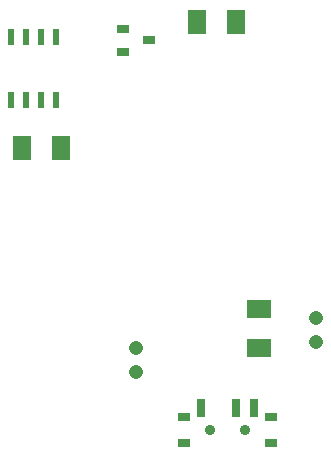
<source format=gts>
G04 ( created by brdgerber.py ( brdgerber.py v0.1 2014-03-12 ) ) date 2020-12-15 20:12:22 EST*
G04 Gerber Fmt 3.4, Leading zero omitted, Abs format*
%MOIN*%
%FSLAX34Y34*%
G01*
G70*
G90*
G04 APERTURE LIST*
%ADD11R,0.0394X0.0315*%
%ADD18R,0.0275X0.0590*%
%ADD17R,0.0393X0.0314*%
%ADD13R,0.3000X0.3000*%
%ADD14R,0.0600X0.0800*%
%ADD12R,0.2000X0.2000*%
%ADD15R,0.0800X0.0600*%
%ADD19C,0.0471*%
%ADD16C,0.0354*%
%ADD10R,0.0236X0.0551*%
G04 APERTURE END LIST*
G54D11*
D10*
X-38200Y-11300D03*
D10*
X-38200Y-13400D03*
D10*
X-37700Y-11300D03*
D10*
X-37200Y-11300D03*
D10*
X-36700Y-11300D03*
D10*
X-37700Y-13400D03*
D10*
X-37200Y-13400D03*
D10*
X-36700Y-13400D03*
D11*
X-33617Y-11400D03*
D11*
X-34483Y-11775D03*
D11*
X-34483Y-11025D03*
D14*
X-30700Y-10800D03*
D14*
X-32000Y-10800D03*
D15*
X-29950Y-20350D03*
D15*
X-29950Y-21650D03*
D16*
X-31590Y-24400D03*
D16*
X-30410Y-24400D03*
D17*
X-32456Y-24833D03*
D17*
X-32456Y-23967D03*
D17*
X-29544Y-23967D03*
D17*
X-29544Y-24833D03*
D18*
X-31885Y-23662D03*
D18*
X-30705Y-23662D03*
D18*
X-30115Y-23662D03*
D19*
G01X-34050Y-21657D02*
G01X-34050Y-21657D01*
D19*
G01X-34050Y-22443D02*
G01X-34050Y-22443D01*
D19*
G01X-28050Y-21443D02*
G01X-28050Y-21443D01*
D19*
G01X-28050Y-20657D02*
G01X-28050Y-20657D01*
D14*
X-37850Y-15000D03*
D14*
X-36550Y-15000D03*
M02*

</source>
